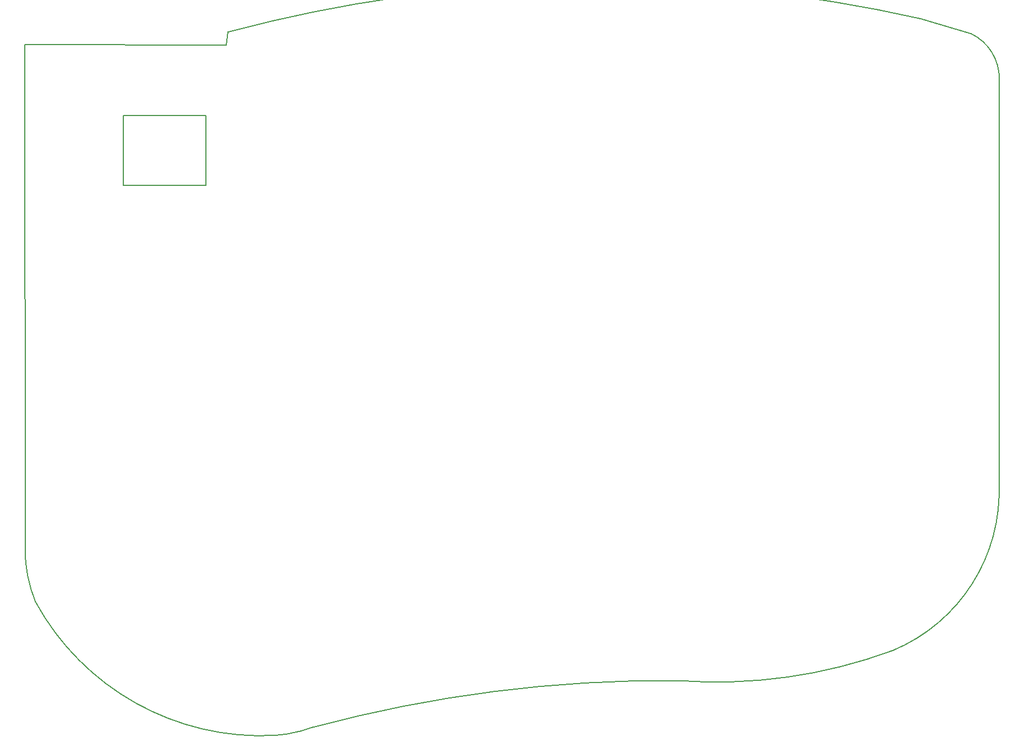
<source format=gbr>
G04 #@! TF.GenerationSoftware,KiCad,Pcbnew,5.1.5+dfsg1-2build2*
G04 #@! TF.CreationDate,2021-01-27T21:50:10+00:00*
G04 #@! TF.ProjectId,grandiceps,6772616e-6469-4636-9570-732e6b696361,rev?*
G04 #@! TF.SameCoordinates,Original*
G04 #@! TF.FileFunction,Profile,NP*
%FSLAX46Y46*%
G04 Gerber Fmt 4.6, Leading zero omitted, Abs format (unit mm)*
G04 Created by KiCad (PCBNEW 5.1.5+dfsg1-2build2) date 2021-01-27 21:50:10*
%MOMM*%
%LPD*%
G04 APERTURE LIST*
%ADD10C,0.200000*%
G04 APERTURE END LIST*
D10*
X132997409Y-151014164D02*
X130887500Y-151642865D01*
X132997409Y-151014163D02*
G75*
G02X189052200Y-143840200I54239879J-201228008D01*
G01*
X238426030Y-113461972D02*
G75*
G02X222094175Y-139208147I-26548599J-1212205D01*
G01*
X116487018Y-56807447D02*
X103787018Y-56807447D01*
X116487018Y-67602447D02*
X116487018Y-56807447D01*
X130887500Y-151642865D02*
G75*
G02X127063973Y-152277423I-5185332J19407610D01*
G01*
X90244318Y-131694880D02*
G75*
G02X88649494Y-123646193I19938998J8133205D01*
G01*
X222094175Y-139208147D02*
G75*
G02X189052200Y-143840200I-27116862J73267868D01*
G01*
X238478151Y-51285495D02*
X238480550Y-53233830D01*
X103787018Y-56807447D02*
X103787018Y-67602447D01*
X119812477Y-44006359D02*
G75*
G02X226391009Y-41948862I57454457J-214728554D01*
G01*
X238481100Y-70565005D02*
X238480600Y-60655200D01*
X127063973Y-152277422D02*
G75*
G02X90244319Y-131694880I-2085705J39493130D01*
G01*
X88648218Y-45961647D02*
X88649494Y-123646193D01*
X88648218Y-45961647D02*
X119636018Y-45987047D01*
X238481100Y-70565005D02*
X238426030Y-113461972D01*
X103787018Y-67602447D02*
X116487018Y-67602447D01*
X234069440Y-44209815D02*
G75*
G02X238478151Y-51285495I-3256277J-6940248D01*
G01*
X119636018Y-45987047D02*
X119814018Y-44005847D01*
X226391009Y-41948862D02*
X234069440Y-44209815D01*
X238480600Y-60655200D02*
X238480550Y-53233830D01*
M02*

</source>
